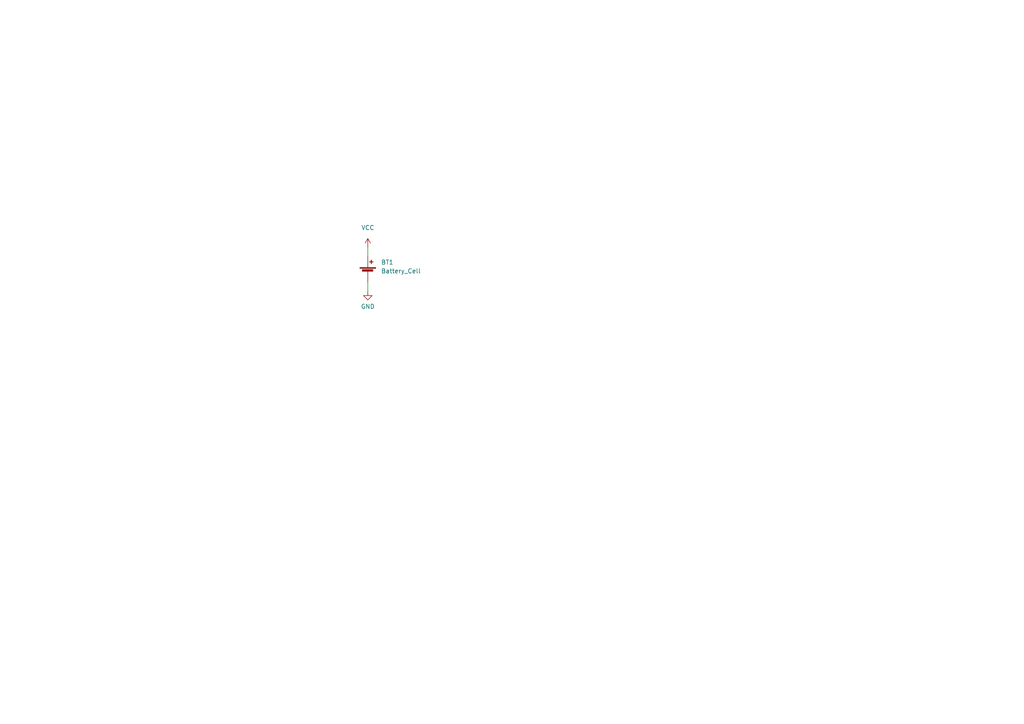
<source format=kicad_sch>
(kicad_sch (version 20211123) (generator eeschema)
  (paper "A4")
  (lib_symbols
    (symbol "Device:Battery_Cell" (pin_numbers hide) (pin_names (offset 0) hide)
      (property "Reference" "BT" (at 2.54 2.54 0))
      (property "Value" "Battery_Cell" (at 2.54 0 0))
      (symbol "Battery_Cell_0_1"
        (rectangle (start -2.286 1.778) (end 2.286 1.524) (fill (type outline)))
        (rectangle (start -1.5748 1.1938) (end 1.4732 0.6858) (fill (type outline)))
        (polyline (pts (xy 0 0.762) (xy 0 0)))
        (polyline (pts (xy 0 1.778) (xy 0 2.54)))
        (polyline (pts (xy 0.508 3.429) (xy 1.524 3.429)) (stroke (width 0.254)))
        (polyline (pts (xy 1.016 3.937) (xy 1.016 2.921)) (stroke (width 0.254)))
      )
      (symbol "Battery_Cell_1_1"
        (pin passive line (at 0 5.08 270) (length 2.54) (name "+") (number "1"))
        (pin passive line (at 0 -2.54 90) (length 2.54) (name "-") (number "2"))
      )
    )
    (symbol "power:GND" (power) (pin_names (offset 0))
      (property "Value" "GND" (at 0 -3.81 0))
      (symbol "GND_0_1"
        (polyline (pts (xy 0 0) (xy 0 -1.27) (xy 1.27 -1.27) (xy 0 -2.54) (xy -1.27 -1.27) (xy 0 -1.27)))
      )
      (symbol "GND_1_1"
        (pin power_in line (at 0 0 270) (length 0) hide (name "GND") (number "1"))
      )
    )
    (symbol "power:VCC" (power) (pin_names (offset 0))
      (property "Value" "VCC" (at 0 3.81 0))
      (symbol "VCC_0_1"
        (polyline (pts (xy -0.762 1.27) (xy 0 2.54)))
        (polyline (pts (xy 0 0) (xy 0 2.54)))
        (polyline (pts (xy 0 2.54) (xy 0.762 1.27)))
      )
      (symbol "VCC_1_1"
        (pin power_in line (at 0 0 90) (length 0) hide (name "VCC") (number "1"))
      )
    )
  )
  (wire (pts (xy 106.68 71.755) (xy 106.68 74.295)))
  (wire (pts (xy 106.68 81.915) (xy 106.68 84.455)))
  (symbol (lib_id "power:VCC") (at 106.68 71.755 0) (unit 1)
    (property "Reference" "#PWR0101" (effects hide))
    (property "Value" "VCC" (at 106.68 66.04 0))
  )
  (symbol (lib_id "power:GND") (at 106.68 84.455 0) (unit 1)
    (property "Reference" "#PWR0102" (effects hide))
    (property "Value" "GND" (at 106.68 88.9 0))
  )
  (symbol (lib_id "Device:Battery_Cell") (at 106.68 79.375 0) (unit 1)
    (property "Reference" "BT1" (at 110.49 76.0729 0) (effects (justify left)))
    (property "Value" "Battery_Cell" (at 110.49 78.6129 0) (effects (justify left)))
    (property "Footprint" "CoinCellHolder:AdamTech_CR2430_BH-109B-5" (effects hide))
  )
)
</source>
